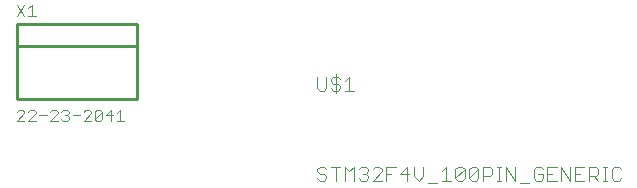
<source format=gto>
G75*
%MOIN*%
%OFA0B0*%
%FSLAX25Y25*%
%IPPOS*%
%LPD*%
%AMOC8*
5,1,8,0,0,1.08239X$1,22.5*
%
%ADD10C,0.00400*%
%ADD11C,0.01000*%
D10*
X0121200Y0121200D02*
X0123602Y0123602D01*
X0123602Y0124203D01*
X0123002Y0124803D01*
X0121801Y0124803D01*
X0121200Y0124203D01*
X0121200Y0121200D02*
X0123602Y0121200D01*
X0124883Y0121200D02*
X0127285Y0123602D01*
X0127285Y0124203D01*
X0126685Y0124803D01*
X0125484Y0124803D01*
X0124883Y0124203D01*
X0124883Y0121200D02*
X0127285Y0121200D01*
X0128566Y0123002D02*
X0130968Y0123002D01*
X0132249Y0124203D02*
X0132850Y0124803D01*
X0134051Y0124803D01*
X0134651Y0124203D01*
X0134651Y0123602D01*
X0132249Y0121200D01*
X0134651Y0121200D01*
X0135933Y0121801D02*
X0136533Y0121200D01*
X0137734Y0121200D01*
X0138335Y0121801D01*
X0138335Y0122401D01*
X0137734Y0123002D01*
X0137134Y0123002D01*
X0137734Y0123002D02*
X0138335Y0123602D01*
X0138335Y0124203D01*
X0137734Y0124803D01*
X0136533Y0124803D01*
X0135933Y0124203D01*
X0139616Y0123002D02*
X0142018Y0123002D01*
X0143299Y0124203D02*
X0143899Y0124803D01*
X0145100Y0124803D01*
X0145701Y0124203D01*
X0145701Y0123602D01*
X0143299Y0121200D01*
X0145701Y0121200D01*
X0146982Y0121801D02*
X0149384Y0124203D01*
X0149384Y0121801D01*
X0148784Y0121200D01*
X0147583Y0121200D01*
X0146982Y0121801D01*
X0146982Y0124203D01*
X0147583Y0124803D01*
X0148784Y0124803D01*
X0149384Y0124203D01*
X0150665Y0123002D02*
X0153067Y0123002D01*
X0154348Y0123602D02*
X0155549Y0124803D01*
X0155549Y0121200D01*
X0154348Y0121200D02*
X0156750Y0121200D01*
X0152467Y0121200D02*
X0152467Y0124803D01*
X0150665Y0123002D01*
X0127285Y0156200D02*
X0124883Y0156200D01*
X0126084Y0156200D02*
X0126084Y0159803D01*
X0124883Y0158602D01*
X0123602Y0159803D02*
X0121200Y0156200D01*
X0123602Y0156200D02*
X0121200Y0159803D01*
X0221200Y0135804D02*
X0221200Y0131967D01*
X0221967Y0131200D01*
X0223502Y0131200D01*
X0224269Y0131967D01*
X0224269Y0135804D01*
X0225804Y0135037D02*
X0226571Y0135804D01*
X0228106Y0135804D01*
X0228873Y0135037D01*
X0228106Y0133502D02*
X0226571Y0133502D01*
X0225804Y0134269D01*
X0225804Y0135037D01*
X0227339Y0136571D02*
X0227339Y0130433D01*
X0228106Y0131200D02*
X0226571Y0131200D01*
X0225804Y0131967D01*
X0228106Y0131200D02*
X0228873Y0131967D01*
X0228873Y0132735D01*
X0228106Y0133502D01*
X0230408Y0134269D02*
X0231942Y0135804D01*
X0231942Y0131200D01*
X0230408Y0131200D02*
X0233477Y0131200D01*
X0233477Y0105804D02*
X0233477Y0101200D01*
X0235012Y0101967D02*
X0235779Y0101200D01*
X0237314Y0101200D01*
X0238081Y0101967D01*
X0238081Y0102735D01*
X0237314Y0103502D01*
X0236546Y0103502D01*
X0237314Y0103502D02*
X0238081Y0104269D01*
X0238081Y0105037D01*
X0237314Y0105804D01*
X0235779Y0105804D01*
X0235012Y0105037D01*
X0233477Y0105804D02*
X0231942Y0104269D01*
X0230408Y0105804D01*
X0230408Y0101200D01*
X0227339Y0101200D02*
X0227339Y0105804D01*
X0228873Y0105804D02*
X0225804Y0105804D01*
X0224269Y0105037D02*
X0223502Y0105804D01*
X0221967Y0105804D01*
X0221200Y0105037D01*
X0221200Y0104269D01*
X0221967Y0103502D01*
X0223502Y0103502D01*
X0224269Y0102735D01*
X0224269Y0101967D01*
X0223502Y0101200D01*
X0221967Y0101200D01*
X0221200Y0101967D01*
X0239616Y0101200D02*
X0242685Y0104269D01*
X0242685Y0105037D01*
X0241918Y0105804D01*
X0240383Y0105804D01*
X0239616Y0105037D01*
X0239616Y0101200D02*
X0242685Y0101200D01*
X0244220Y0101200D02*
X0244220Y0105804D01*
X0247289Y0105804D01*
X0248824Y0103502D02*
X0251893Y0103502D01*
X0253427Y0102735D02*
X0254962Y0101200D01*
X0256497Y0102735D01*
X0256497Y0105804D01*
X0253427Y0105804D02*
X0253427Y0102735D01*
X0251126Y0101200D02*
X0251126Y0105804D01*
X0248824Y0103502D01*
X0245754Y0103502D02*
X0244220Y0103502D01*
X0258031Y0100433D02*
X0261101Y0100433D01*
X0262635Y0101200D02*
X0265705Y0101200D01*
X0264170Y0101200D02*
X0264170Y0105804D01*
X0262635Y0104269D01*
X0267239Y0105037D02*
X0267239Y0101967D01*
X0270309Y0105037D01*
X0270309Y0101967D01*
X0269541Y0101200D01*
X0268007Y0101200D01*
X0267239Y0101967D01*
X0267239Y0105037D02*
X0268007Y0105804D01*
X0269541Y0105804D01*
X0270309Y0105037D01*
X0271843Y0105037D02*
X0271843Y0101967D01*
X0274912Y0105037D01*
X0274912Y0101967D01*
X0274145Y0101200D01*
X0272610Y0101200D01*
X0271843Y0101967D01*
X0271843Y0105037D02*
X0272610Y0105804D01*
X0274145Y0105804D01*
X0274912Y0105037D01*
X0276447Y0105804D02*
X0278749Y0105804D01*
X0279516Y0105037D01*
X0279516Y0103502D01*
X0278749Y0102735D01*
X0276447Y0102735D01*
X0276447Y0101200D02*
X0276447Y0105804D01*
X0281051Y0105804D02*
X0282586Y0105804D01*
X0281818Y0105804D02*
X0281818Y0101200D01*
X0281051Y0101200D02*
X0282586Y0101200D01*
X0284120Y0101200D02*
X0284120Y0105804D01*
X0287190Y0101200D01*
X0287190Y0105804D01*
X0288724Y0100433D02*
X0291794Y0100433D01*
X0293328Y0101967D02*
X0294095Y0101200D01*
X0295630Y0101200D01*
X0296397Y0101967D01*
X0296397Y0103502D01*
X0294863Y0103502D01*
X0296397Y0105037D02*
X0295630Y0105804D01*
X0294095Y0105804D01*
X0293328Y0105037D01*
X0293328Y0101967D01*
X0297932Y0101200D02*
X0297932Y0105804D01*
X0301001Y0105804D01*
X0302536Y0105804D02*
X0305605Y0101200D01*
X0305605Y0105804D01*
X0307140Y0105804D02*
X0307140Y0101200D01*
X0310209Y0101200D01*
X0311744Y0101200D02*
X0311744Y0105804D01*
X0314046Y0105804D01*
X0314813Y0105037D01*
X0314813Y0103502D01*
X0314046Y0102735D01*
X0311744Y0102735D01*
X0313278Y0102735D02*
X0314813Y0101200D01*
X0316348Y0101200D02*
X0317882Y0101200D01*
X0317115Y0101200D02*
X0317115Y0105804D01*
X0316348Y0105804D02*
X0317882Y0105804D01*
X0319417Y0105037D02*
X0319417Y0101967D01*
X0320184Y0101200D01*
X0321719Y0101200D01*
X0322486Y0101967D01*
X0322486Y0105037D02*
X0321719Y0105804D01*
X0320184Y0105804D01*
X0319417Y0105037D01*
X0310209Y0105804D02*
X0307140Y0105804D01*
X0307140Y0103502D02*
X0308675Y0103502D01*
X0302536Y0101200D02*
X0302536Y0105804D01*
X0299467Y0103502D02*
X0297932Y0103502D01*
X0297932Y0101200D02*
X0301001Y0101200D01*
D11*
X0161000Y0128500D02*
X0121000Y0128500D01*
X0121000Y0146000D01*
X0161000Y0146000D01*
X0161000Y0128500D01*
X0161000Y0146000D02*
X0161000Y0153500D01*
X0121000Y0153500D01*
X0121000Y0146000D01*
M02*

</source>
